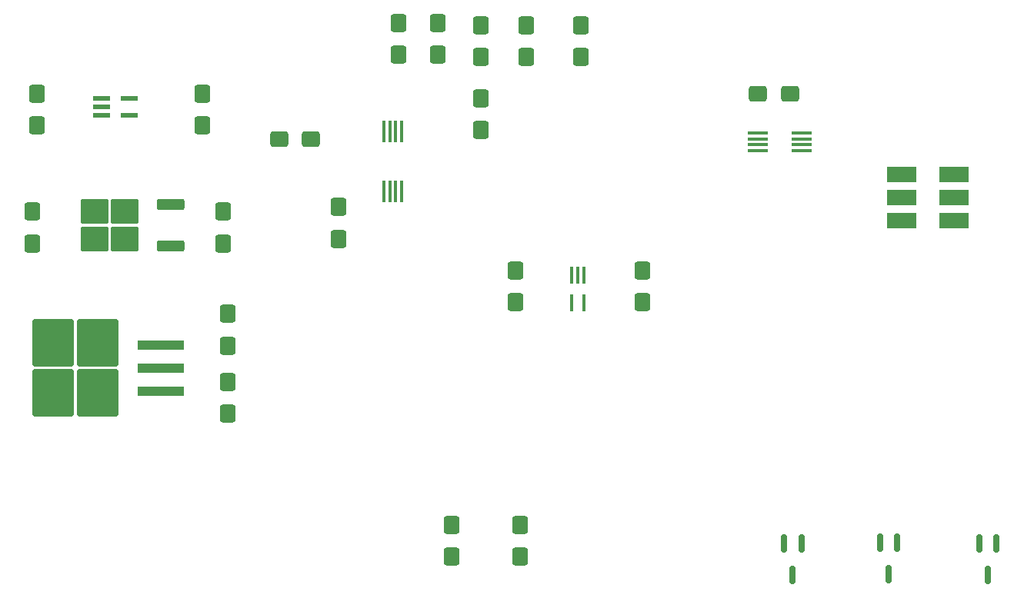
<source format=gbr>
%TF.GenerationSoftware,KiCad,Pcbnew,8.0.6*%
%TF.CreationDate,2025-02-17T16:21:55-05:00*%
%TF.ProjectId,PCB Design,50434220-4465-4736-9967-6e2e6b696361,rev?*%
%TF.SameCoordinates,Original*%
%TF.FileFunction,Paste,Top*%
%TF.FilePolarity,Positive*%
%FSLAX46Y46*%
G04 Gerber Fmt 4.6, Leading zero omitted, Abs format (unit mm)*
G04 Created by KiCad (PCBNEW 8.0.6) date 2025-02-17 16:21:55*
%MOMM*%
%LPD*%
G01*
G04 APERTURE LIST*
G04 Aperture macros list*
%AMRoundRect*
0 Rectangle with rounded corners*
0 $1 Rounding radius*
0 $2 $3 $4 $5 $6 $7 $8 $9 X,Y pos of 4 corners*
0 Add a 4 corners polygon primitive as box body*
4,1,4,$2,$3,$4,$5,$6,$7,$8,$9,$2,$3,0*
0 Add four circle primitives for the rounded corners*
1,1,$1+$1,$2,$3*
1,1,$1+$1,$4,$5*
1,1,$1+$1,$6,$7*
1,1,$1+$1,$8,$9*
0 Add four rect primitives between the rounded corners*
20,1,$1+$1,$2,$3,$4,$5,0*
20,1,$1+$1,$4,$5,$6,$7,0*
20,1,$1+$1,$6,$7,$8,$9,0*
20,1,$1+$1,$8,$9,$2,$3,0*%
G04 Aperture macros list end*
%ADD10RoundRect,0.336539X0.663461X0.538461X-0.663461X0.538461X-0.663461X-0.538461X0.663461X-0.538461X0*%
%ADD11RoundRect,0.336539X0.538461X-0.663461X0.538461X0.663461X-0.538461X0.663461X-0.538461X-0.663461X0*%
%ADD12RoundRect,0.100000X-1.000000X-0.100000X1.000000X-0.100000X1.000000X0.100000X-1.000000X0.100000X0*%
%ADD13RoundRect,0.093750X-1.006250X-0.093750X1.006250X-0.093750X1.006250X0.093750X-1.006250X0.093750X0*%
%ADD14RoundRect,0.100000X-0.100000X0.860000X-0.100000X-0.860000X0.100000X-0.860000X0.100000X0.860000X0*%
%ADD15RoundRect,0.250000X1.280000X0.350000X-1.280000X0.350000X-1.280000X-0.350000X1.280000X-0.350000X0*%
%ADD16RoundRect,0.250000X1.275000X1.125000X-1.275000X1.125000X-1.275000X-1.125000X1.275000X-1.125000X0*%
%ADD17R,1.915800X0.558800*%
%ADD18RoundRect,0.162500X-0.162500X0.837500X-0.162500X-0.837500X0.162500X-0.837500X0.162500X0.837500X0*%
%ADD19R,3.230000X1.651000*%
%ADD20RoundRect,0.336539X-0.538461X0.663461X-0.538461X-0.663461X0.538461X-0.663461X0.538461X0.663461X0*%
%ADD21RoundRect,0.100000X-0.100000X1.087500X-0.100000X-1.087500X0.100000X-1.087500X0.100000X1.087500X0*%
%ADD22RoundRect,0.093750X-0.093750X1.093750X-0.093750X-1.093750X0.093750X-1.093750X0.093750X1.093750X0*%
%ADD23RoundRect,0.336539X-0.663461X-0.538461X0.663461X-0.538461X0.663461X0.538461X-0.663461X0.538461X0*%
%ADD24RoundRect,0.250000X2.325000X0.300000X-2.325000X0.300000X-2.325000X-0.300000X2.325000X-0.300000X0*%
%ADD25RoundRect,0.250000X2.025000X2.375000X-2.025000X2.375000X-2.025000X-2.375000X2.025000X-2.375000X0*%
G04 APERTURE END LIST*
D10*
%TO.C,0.1uf*%
X132500000Y-93500000D03*
X129000000Y-93500000D03*
%TD*%
D11*
%TO.C,1uF1*%
X123300000Y-116275000D03*
X123300000Y-112775000D03*
%TD*%
%TO.C,1k\u03A91*%
X151162500Y-84500000D03*
X151162500Y-81000000D03*
%TD*%
D12*
%TO.C,Switch1*%
X181700000Y-92850000D03*
X181700000Y-93500000D03*
X181700000Y-94150000D03*
X181700000Y-94800000D03*
X186500000Y-94800000D03*
D13*
X186500000Y-94137500D03*
D12*
X186500000Y-93500000D03*
X186500000Y-92850000D03*
%TD*%
D11*
%TO.C,C7*%
X155500000Y-139500000D03*
X155500000Y-136000000D03*
%TD*%
%TO.C,C10*%
X135500000Y-104500000D03*
X135500000Y-101000000D03*
%TD*%
%TO.C,1uF2*%
X155000000Y-111500000D03*
X155000000Y-108000000D03*
%TD*%
%TO.C,12k\u03A91*%
X156162500Y-84500000D03*
X156162500Y-81000000D03*
%TD*%
%TO.C,10uF1*%
X122825000Y-105000000D03*
X122825000Y-101500000D03*
%TD*%
D14*
%TO.C,1.8V_Reg.1*%
X162500000Y-108500000D03*
X161850000Y-108500000D03*
X161200000Y-108500000D03*
X161200000Y-111580000D03*
X162500000Y-111580000D03*
%TD*%
D11*
%TO.C,1uF3*%
X169000000Y-111500000D03*
X169000000Y-108000000D03*
%TD*%
%TO.C,20k\u03A91*%
X142162500Y-84250000D03*
X142162500Y-80750000D03*
%TD*%
D15*
%TO.C,5V_REG1*%
X117055000Y-105305000D03*
D16*
X112000000Y-104550000D03*
X112000000Y-101500000D03*
X108650000Y-104550000D03*
X108650000Y-101500000D03*
D15*
X117055000Y-100745000D03*
%TD*%
D17*
%TO.C,-5V_REG1*%
X109415800Y-89000000D03*
X109415800Y-89952500D03*
X109415800Y-90905000D03*
X112500000Y-90905000D03*
X112500000Y-89000000D03*
%TD*%
D11*
%TO.C,R1*%
X151162500Y-92500000D03*
X151162500Y-89000000D03*
%TD*%
%TO.C,0.33uF1*%
X123300000Y-123775000D03*
X123300000Y-120275000D03*
%TD*%
%TO.C,1nF1*%
X146412500Y-84250000D03*
X146412500Y-80750000D03*
%TD*%
D18*
%TO.C,D8*%
X207950000Y-138080000D03*
X206050000Y-138080000D03*
X207000000Y-141500000D03*
%TD*%
D19*
%TO.C,Power_Spliter*%
X203270000Y-102500000D03*
X203270000Y-99960000D03*
X203270000Y-97420000D03*
X197500000Y-97420000D03*
X197500000Y-99960000D03*
X197500000Y-102500000D03*
%TD*%
D20*
%TO.C,10uF*%
X120500000Y-88500000D03*
X120500000Y-92000000D03*
%TD*%
D11*
%TO.C,C6*%
X148000000Y-139500000D03*
X148000000Y-136000000D03*
%TD*%
D21*
%TO.C,LNA1*%
X142475000Y-92687500D03*
X141825000Y-92687500D03*
D22*
X141187500Y-92687500D03*
D21*
X140525000Y-92687500D03*
X140525000Y-99312500D03*
D22*
X141187500Y-99312500D03*
D21*
X141825000Y-99312500D03*
X142475000Y-99312500D03*
%TD*%
D18*
%TO.C,D9*%
X186450000Y-138080000D03*
X184550000Y-138080000D03*
X185500000Y-141500000D03*
%TD*%
%TO.C,D10*%
X197000000Y-138000000D03*
X195100000Y-138000000D03*
X196050000Y-141420000D03*
%TD*%
D11*
%TO.C,10uF4*%
X102325000Y-92000000D03*
X102325000Y-88500000D03*
%TD*%
%TO.C,10uF2*%
X101825000Y-105000000D03*
X101825000Y-101500000D03*
%TD*%
D23*
%TO.C,0.1uF1*%
X181700000Y-88500000D03*
X185200000Y-88500000D03*
%TD*%
D11*
%TO.C,1nF2*%
X162162500Y-84500000D03*
X162162500Y-81000000D03*
%TD*%
D24*
%TO.C,12V_REG1*%
X116000000Y-121265000D03*
X116000000Y-118725000D03*
D25*
X109000000Y-121500000D03*
X109000000Y-115950000D03*
X104150000Y-121500000D03*
X104150000Y-115950000D03*
D24*
X116000000Y-116185000D03*
%TD*%
M02*

</source>
